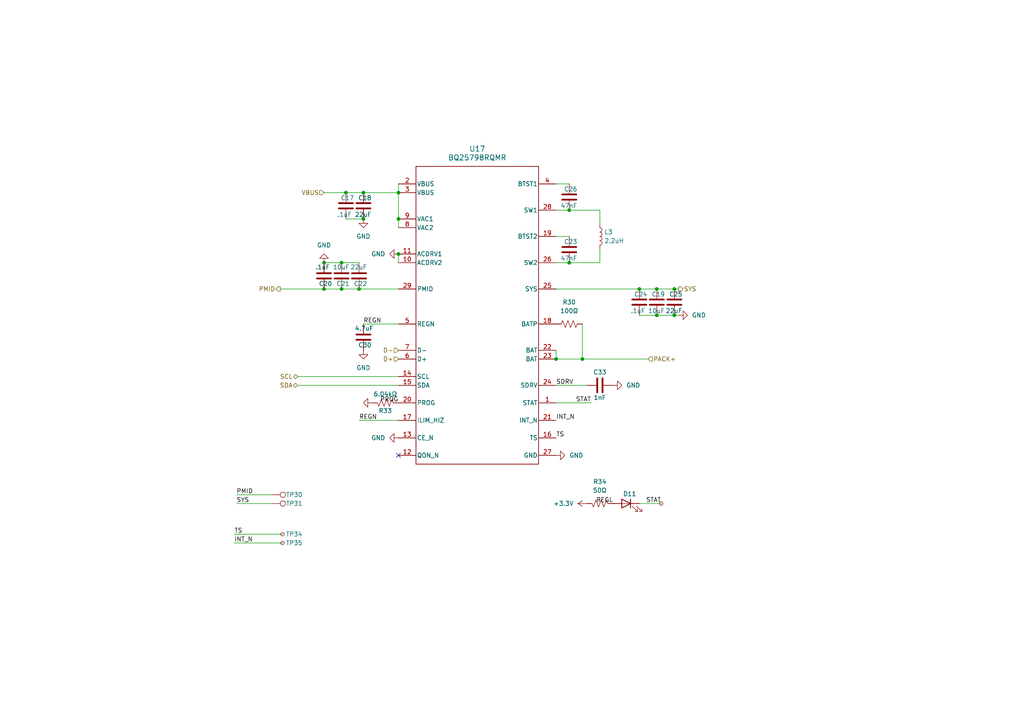
<source format=kicad_sch>
(kicad_sch (version 20231120) (generator "eeschema") (generator_version "8.0")
  (paper "A4")
  (lib_symbols
    (symbol "BMS:BQ25798RQMR" (pin_names (offset 0.254))
      (property "Reference" "U" (at 0 2.54 0))
      (property "Value" "BQ25798RQMR" (at 0 0 0))
      (symbol "BQ25798RQMR_0_1"
        (polyline (pts (xy 5.08 -81.28) (xy 40.64 -81.28)) (stroke (width 0.2032)))
        (polyline (pts (xy 5.08 5.08) (xy 5.08 -81.28)) (stroke (width 0.2032)))
        (polyline (pts (xy 40.64 -81.28) (xy 40.64 5.08)) (stroke (width 0.2032)))
        (polyline (pts (xy 40.64 5.08) (xy 5.08 5.08)) (stroke (width 0.2032)))
        (pin unspecified line (at 45.72 -63.5 180) (length 5.08) (name "STAT") (number "1"))
        (pin power_in line (at 0 -22.86 0) (length 5.08) (name "ACDRV2") (number "10"))
        (pin power_in line (at 0 -20.32 0) (length 5.08) (name "ACDRV1") (number "11"))
        (pin unspecified line (at 0 -78.74 0) (length 5.08) (name "QON_N") (number "12"))
        (pin unspecified line (at 0 -73.66 0) (length 5.08) (name "CE_N") (number "13"))
        (pin input line (at 0 -55.88 0) (length 5.08) (name "SCL") (number "14"))
        (pin bidirectional line (at 0 -58.42 0) (length 5.08) (name "SDA") (number "15"))
        (pin unspecified line (at 45.72 -73.66 180) (length 5.08) (name "TS") (number "16"))
        (pin unspecified line (at 0 -68.58 0) (length 5.08) (name "ILIM_HIZ") (number "17"))
        (pin unspecified line (at 45.72 -40.64 180) (length 5.08) (name "BATP") (number "18"))
        (pin unspecified line (at 45.72 -15.24 180) (length 5.08) (name "BTST2") (number "19"))
        (pin power_in line (at 0 0 0) (length 5.08) (name "VBUS") (number "2"))
        (pin unspecified line (at 0 -63.5 0) (length 5.08) (name "PROG") (number "20"))
        (pin unspecified line (at 45.72 -68.58 180) (length 5.08) (name "INT_N") (number "21"))
        (pin unspecified line (at 45.72 -48.26 180) (length 5.08) (name "BAT") (number "22"))
        (pin unspecified line (at 45.72 -50.8 180) (length 5.08) (name "BAT") (number "23"))
        (pin unspecified line (at 45.72 -58.42 180) (length 5.08) (name "SDRV") (number "24"))
        (pin unspecified line (at 45.72 -30.48 180) (length 5.08) (name "SYS") (number "25"))
        (pin unspecified line (at 45.72 -22.86 180) (length 5.08) (name "SW2") (number "26"))
        (pin power_in line (at 45.72 -78.74 180) (length 5.08) (name "GND") (number "27"))
        (pin unspecified line (at 45.72 -7.62 180) (length 5.08) (name "SW1") (number "28"))
        (pin unspecified line (at 0 -30.48 0) (length 5.08) (name "PMID") (number "29"))
        (pin power_in line (at 0 -2.54 0) (length 5.08) (name "VBUS") (number "3"))
        (pin unspecified line (at 45.72 0 180) (length 5.08) (name "BTST1") (number "4"))
        (pin unspecified line (at 0 -40.64 0) (length 5.08) (name "REGN") (number "5"))
        (pin unspecified line (at 0 -50.8 0) (length 5.08) (name "D+") (number "6"))
        (pin unspecified line (at 0 -48.26 0) (length 5.08) (name "D-") (number "7"))
        (pin power_in line (at 0 -12.7 0) (length 5.08) (name "VAC2") (number "8"))
        (pin power_in line (at 0 -10.16 0) (length 5.08) (name "VAC1") (number "9"))
      )
    )
    (symbol "Connector:TestPoint" (pin_numbers hide) (pin_names (offset 0.762) hide)
      (property "Reference" "TP" (at 0 6.858 0))
      (property "Value" "TestPoint" (at 0 5.08 0))
      (symbol "TestPoint_0_1"
        (circle (center 0 3.302) (radius 0.762))
      )
      (symbol "TestPoint_1_1"
        (pin passive line (at 0 0 90) (length 2.54) (name "1") (number "1"))
      )
    )
    (symbol "Connector:TestPoint_Small" (pin_numbers hide) (pin_names (offset 0.762) hide)
      (property "Reference" "TP" (at 0 3.81 0))
      (property "Value" "TestPoint_Small" (at 0 2.032 0))
      (symbol "TestPoint_Small_0_1"
        (circle (center 0 0) (radius 0.508))
      )
      (symbol "TestPoint_Small_1_1"
        (pin passive line (at 0 0 90) (length 0) (name "1") (number "1"))
      )
    )
    (symbol "Device:C" (pin_numbers hide) (pin_names (offset 0.254))
      (property "Reference" "C" (at 0.635 2.54 0))
      (property "Value" "C" (at 0.635 -2.54 0))
      (symbol "C_0_1"
        (polyline (pts (xy -2.032 -0.762) (xy 2.032 -0.762)) (stroke (width 0.508)))
        (polyline (pts (xy -2.032 0.762) (xy 2.032 0.762)) (stroke (width 0.508)))
      )
      (symbol "C_1_1"
        (pin passive line (at 0 3.81 270) (length 2.794) (name "~") (number "1"))
        (pin passive line (at 0 -3.81 90) (length 2.794) (name "~") (number "2"))
      )
    )
    (symbol "Device:L" (pin_numbers hide) (pin_names (offset 1.016) hide)
      (property "Reference" "L" (at -1.27 0 90))
      (property "Value" "L" (at 1.905 0 90))
      (symbol "L_0_1"
        (arc (start 0 -2.54) (mid 0.6323 -1.905) (end 0 -1.27))
        (arc (start 0 -1.27) (mid 0.6323 -0.635) (end 0 0))
        (arc (start 0 0) (mid 0.6323 0.635) (end 0 1.27))
        (arc (start 0 1.27) (mid 0.6323 1.905) (end 0 2.54))
      )
      (symbol "L_1_1"
        (pin passive line (at 0 3.81 270) (length 1.27) (name "1") (number "1"))
        (pin passive line (at 0 -3.81 90) (length 1.27) (name "2") (number "2"))
      )
    )
    (symbol "Device:LED" (pin_numbers hide) (pin_names (offset 1.016) hide)
      (property "Reference" "D" (at 0 2.54 0))
      (property "Value" "LED" (at 0 -2.54 0))
      (symbol "LED_0_1"
        (polyline (pts (xy -1.27 -1.27) (xy -1.27 1.27)) (stroke (width 0.254)))
        (polyline (pts (xy -1.27 0) (xy 1.27 0)))
        (polyline (pts (xy 1.27 -1.27) (xy 1.27 1.27) (xy -1.27 0) (xy 1.27 -1.27)) (stroke (width 0.254)))
        (polyline (pts (xy -3.048 -0.762) (xy -4.572 -2.286) (xy -3.81 -2.286) (xy -4.572 -2.286) (xy -4.572 -1.524)))
        (polyline (pts (xy -1.778 -0.762) (xy -3.302 -2.286) (xy -2.54 -2.286) (xy -3.302 -2.286) (xy -3.302 -1.524)))
      )
      (symbol "LED_1_1"
        (pin passive line (at -3.81 0 0) (length 2.54) (name "K") (number "1"))
        (pin passive line (at 3.81 0 180) (length 2.54) (name "A") (number "2"))
      )
    )
    (symbol "Device:R_US" (pin_numbers hide) (pin_names (offset 0))
      (property "Reference" "R" (at 2.54 0 90))
      (property "Value" "R_US" (at -2.54 0 90))
      (symbol "R_US_0_1"
        (polyline (pts (xy 0 -2.286) (xy 0 -2.54)))
        (polyline (pts (xy 0 2.286) (xy 0 2.54)))
        (polyline (pts (xy 0 -0.762) (xy 1.016 -1.143) (xy 0 -1.524) (xy -1.016 -1.905) (xy 0 -2.286)))
        (polyline (pts (xy 0 0.762) (xy 1.016 0.381) (xy 0 0) (xy -1.016 -0.381) (xy 0 -0.762)))
        (polyline (pts (xy 0 2.286) (xy 1.016 1.905) (xy 0 1.524) (xy -1.016 1.143) (xy 0 0.762)))
      )
      (symbol "R_US_1_1"
        (pin passive line (at 0 3.81 270) (length 1.27) (name "~") (number "1"))
        (pin passive line (at 0 -3.81 90) (length 1.27) (name "~") (number "2"))
      )
    )
    (symbol "power:+3.3V" (power) (pin_numbers hide) (pin_names (offset 0) hide)
      (property "Value" "+3.3V" (at 0 3.556 0))
      (symbol "+3.3V_0_1"
        (polyline (pts (xy -0.762 1.27) (xy 0 2.54)))
        (polyline (pts (xy 0 0) (xy 0 2.54)))
        (polyline (pts (xy 0 2.54) (xy 0.762 1.27)))
      )
      (symbol "+3.3V_1_1"
        (pin power_in line (at 0 0 90) (length 0) (name "~") (number "1"))
      )
    )
    (symbol "power:GND" (power) (pin_numbers hide) (pin_names (offset 0) hide)
      (property "Value" "GND" (at 0 -3.81 0))
      (symbol "GND_0_1"
        (polyline (pts (xy 0 0) (xy 0 -1.27) (xy 1.27 -1.27) (xy 0 -2.54) (xy -1.27 -1.27) (xy 0 -1.27)))
      )
      (symbol "GND_1_1"
        (pin power_in line (at 0 0 270) (length 0) (name "~") (number "1"))
      )
    )
  )
  (junction (at 99.06 76.2))
  (junction (at 115.57 55.88))
  (junction (at 115.57 73.66))
  (junction (at 195.58 91.44))
  (junction (at 168.91 104.14))
  (junction (at 185.42 83.82))
  (junction (at 93.98 76.2))
  (junction (at 105.41 63.5))
  (junction (at 190.5 91.44))
  (junction (at 105.41 55.88))
  (junction (at 115.57 63.5))
  (junction (at 195.58 83.82))
  (junction (at 161.29 104.14))
  (junction (at 104.14 83.82))
  (junction (at 100.33 55.88))
  (junction (at 99.06 83.82))
  (junction (at 93.98 83.82))
  (junction (at 165.1 60.96))
  (junction (at 190.5 83.82))
  (junction (at 165.1 76.2))
  (no_connect (at 115.57 132.08))
  (wire (pts (xy 115.57 63.5) (xy 115.57 66.04)))
  (wire (pts (xy 173.99 72.39) (xy 173.99 76.2)))
  (wire (pts (xy 100.33 63.5) (xy 105.41 63.5)))
  (wire (pts (xy 195.58 91.44) (xy 196.85 91.44)))
  (wire (pts (xy 115.57 53.34) (xy 115.57 55.88)))
  (wire (pts (xy 165.1 68.58) (xy 161.29 68.58)))
  (wire (pts (xy 165.1 76.2) (xy 161.29 76.2)))
  (wire (pts (xy 115.57 73.66) (xy 115.57 76.2)))
  (wire (pts (xy 78.74 146.05) (xy 68.58 146.05)))
  (wire (pts (xy 168.91 104.14) (xy 187.96 104.14)))
  (wire (pts (xy 93.98 55.88) (xy 100.33 55.88)))
  (wire (pts (xy 104.14 121.92) (xy 115.57 121.92)))
  (wire (pts (xy 185.42 83.82) (xy 190.5 83.82)))
  (wire (pts (xy 161.29 101.6) (xy 161.29 104.14)))
  (wire (pts (xy 86.36 109.22) (xy 115.57 109.22)))
  (wire (pts (xy 99.06 83.82) (xy 104.14 83.82)))
  (wire (pts (xy 161.29 83.82) (xy 185.42 83.82)))
  (wire (pts (xy 165.1 60.96) (xy 173.99 60.96)))
  (wire (pts (xy 86.36 111.76) (xy 115.57 111.76)))
  (wire (pts (xy 100.33 55.88) (xy 105.41 55.88)))
  (wire (pts (xy 165.1 53.34) (xy 161.29 53.34)))
  (wire (pts (xy 195.58 83.82) (xy 190.5 83.82)))
  (wire (pts (xy 165.1 60.96) (xy 161.29 60.96)))
  (wire (pts (xy 105.41 93.98) (xy 115.57 93.98)))
  (wire (pts (xy 93.98 83.82) (xy 99.06 83.82)))
  (wire (pts (xy 115.57 55.88) (xy 115.57 63.5)))
  (wire (pts (xy 93.98 76.2) (xy 99.06 76.2)))
  (wire (pts (xy 81.28 83.82) (xy 93.98 83.82)))
  (wire (pts (xy 161.29 104.14) (xy 168.91 104.14)))
  (wire (pts (xy 81.915 154.94) (xy 67.945 154.94)))
  (wire (pts (xy 104.14 83.82) (xy 115.57 83.82)))
  (wire (pts (xy 168.91 93.98) (xy 168.91 104.14)))
  (wire (pts (xy 78.74 143.51) (xy 68.58 143.51)))
  (wire (pts (xy 185.42 146.05) (xy 191.77 146.05)))
  (wire (pts (xy 161.29 116.84) (xy 171.45 116.84)))
  (wire (pts (xy 195.58 83.82) (xy 196.85 83.82)))
  (wire (pts (xy 81.915 157.48) (xy 67.945 157.48)))
  (wire (pts (xy 170.18 111.76) (xy 161.29 111.76)))
  (wire (pts (xy 173.99 60.96) (xy 173.99 64.77)))
  (wire (pts (xy 105.41 55.88) (xy 115.57 55.88)))
  (wire (pts (xy 195.58 91.44) (xy 190.5 91.44)))
  (wire (pts (xy 173.99 76.2) (xy 165.1 76.2)))
  (wire (pts (xy 185.42 91.44) (xy 190.5 91.44)))
  (wire (pts (xy 104.14 76.2) (xy 99.06 76.2)))
  (label "PROG" (at 115.57 116.84 180))
  (label "STAT" (at 191.77 146.05 180))
  (label "REGL" (at 177.8 146.05 180))
  (label "TS" (at 161.29 127 0))
  (label "REGN" (at 105.41 93.98 0))
  (label "INT_N" (at 67.945 157.48 0))
  (label "PMID" (at 68.58 143.51 0))
  (label "REGN" (at 104.14 121.92 0))
  (label "SDRV" (at 161.29 111.76 0))
  (label "TS" (at 67.945 154.94 0))
  (label "SYS" (at 68.58 146.05 0))
  (label "INT_N" (at 161.29 121.92 0))
  (label "STAT" (at 171.45 116.84 180))
  (hierarchical_label "D-" (shape input) (at 115.57 101.6 180))
  (hierarchical_label "SYS" (shape output) (at 196.85 83.82 0))
  (hierarchical_label "D+" (shape input) (at 115.57 104.14 180))
  (hierarchical_label "PMID" (shape output) (at 81.28 83.82 180))
  (hierarchical_label "PACK+" (shape input) (at 187.96 104.14 0))
  (hierarchical_label "VBUS" (shape input) (at 93.98 55.88 180))
  (hierarchical_label "SCL" (shape bidirectional) (at 86.36 109.22 180))
  (hierarchical_label "SDA" (shape bidirectional) (at 86.36 111.76 180))
  (symbol (lib_id "Device:C") (at 104.14 80.01 0) (mirror x) (unit 1)
    (property "Reference" "C22" (at 102.616 82.296 0) (effects (justify left)))
    (property "Value" "22uF" (at 101.6 77.47 0) (effects (justify left)))
    (property "Footprint" "Capacitor_SMD:C_0805_2012Metric_Pad1.18x1.45mm_HandSolder" (effects (hide yes)))
    (property "Description" "Unpolarized capacitor" (effects (hide yes)))
  )
  (symbol (lib_id "power:+3.3V") (at 170.18 146.05 90) (unit 1)
    (property "Reference" "#PWR097" (effects (hide yes)))
    (property "Value" "+3.3V" (at 166.37 146.0499 90) (effects (justify left)))
    (property "Description" "Power symbol creates a global label with name \"+3.3V\"" (effects (hide yes)))
  )
  (symbol (lib_id "Device:C") (at 165.1 72.39 0) (unit 1)
    (property "Reference" "C23" (at 163.576 70.104 0) (effects (justify left)))
    (property "Value" "47nF" (at 162.56 74.93 0) (effects (justify left)))
    (property "Footprint" "Capacitor_SMD:C_0603_1608Metric_Pad1.08x0.95mm_HandSolder" (effects (hide yes)))
    (property "Description" "Unpolarized capacitor" (effects (hide yes)))
  )
  (symbol (lib_id "Device:L") (at 173.99 68.58 0) (unit 1)
    (property "Reference" "L3" (at 175.26 67.3099 0) (effects (justify left)))
    (property "Value" "2.2uH" (at 175.26 69.8499 0) (effects (justify left)))
    (property "Footprint" "Inductor_SMD:L_Coilcraft_XAL7030-222" (effects (hide yes)))
    (property "Description" "Inductor" (effects (hide yes)))
  )
  (symbol (lib_id "power:GND") (at 115.57 73.66 270) (unit 1)
    (property "Reference" "#PWR0110" (effects (hide yes)))
    (property "Value" "GND" (at 111.76 73.6599 90) (effects (justify right)))
    (property "Description" "Power symbol creates a global label with name \"GND\" , ground" (effects (hide yes)))
  )
  (symbol (lib_id "power:GND") (at 105.41 63.5 0) (unit 1)
    (property "Reference" "#PWR0109" (effects (hide yes)))
    (property "Value" "GND" (at 105.41 68.58 0))
    (property "Description" "Power symbol creates a global label with name \"GND\" , ground" (effects (hide yes)))
  )
  (symbol (lib_id "power:GND") (at 161.29 132.08 90) (mirror x) (unit 1)
    (property "Reference" "#PWR0117" (effects (hide yes)))
    (property "Value" "GND" (at 165.1 132.0799 90) (effects (justify right)))
    (property "Description" "Power symbol creates a global label with name \"GND\" , ground" (effects (hide yes)))
  )
  (symbol (lib_id "power:GND") (at 107.95 116.84 270) (mirror x) (unit 1)
    (property "Reference" "#PWR0115" (effects (hide yes)))
    (property "Value" "GND" (effects (hide yes)))
    (property "Description" "Power symbol creates a global label with name \"GND\" , ground" (effects (hide yes)))
  )
  (symbol (lib_id "Device:C") (at 105.41 97.79 0) (mirror x) (unit 1)
    (property "Reference" "C30" (at 103.886 100.076 0) (effects (justify left)))
    (property "Value" "4.7uF" (at 102.87 95.25 0) (effects (justify left)))
    (property "Footprint" "Capacitor_SMD:C_0805_2012Metric_Pad1.18x1.45mm_HandSolder" (effects (hide yes)))
    (property "Description" "Unpolarized capacitor" (effects (hide yes)))
  )
  (symbol (lib_id "power:GND") (at 196.85 91.44 90) (unit 1)
    (property "Reference" "#PWR0112" (effects (hide yes)))
    (property "Value" "GND" (at 200.66 91.4399 90) (effects (justify right)))
    (property "Description" "Power symbol creates a global label with name \"GND\" , ground" (effects (hide yes)))
  )
  (symbol (lib_id "Connector:TestPoint_Small") (at 81.915 154.94 0) (mirror y) (unit 1)
    (property "Reference" "TP34" (at 87.757 154.94 0) (effects (justify left)))
    (property "Value" "TestPoint_Small" (effects (hide yes)))
    (property "Footprint" "TestPoint:TestPoint_Pad_D1.0mm" (effects (hide yes)))
    (property "Description" "test point" (effects (hide yes)))
  )
  (symbol (lib_id "Device:C") (at 195.58 87.63 0) (unit 1)
    (property "Reference" "C25" (at 194.056 85.344 0) (effects (justify left)))
    (property "Value" "22uF" (at 193.04 90.17 0) (effects (justify left)))
    (property "Footprint" "Capacitor_SMD:C_0805_2012Metric_Pad1.18x1.45mm_HandSolder" (effects (hide yes)))
    (property "Description" "Unpolarized capacitor" (effects (hide yes)))
  )
  (symbol (lib_id "Device:C") (at 99.06 80.01 0) (mirror x) (unit 1)
    (property "Reference" "C21" (at 97.536 82.296 0) (effects (justify left)))
    (property "Value" "10uF" (at 96.52 77.47 0) (effects (justify left)))
    (property "Footprint" "Capacitor_SMD:C_0805_2012Metric_Pad1.18x1.45mm_HandSolder" (effects (hide yes)))
    (property "Description" "Unpolarized capacitor" (effects (hide yes)))
  )
  (symbol (lib_id "power:GND") (at 177.8 111.76 90) (mirror x) (unit 1)
    (property "Reference" "#PWR0114" (effects (hide yes)))
    (property "Value" "GND" (at 181.61 111.7599 90) (effects (justify right)))
    (property "Description" "Power symbol creates a global label with name \"GND\" , ground" (effects (hide yes)))
  )
  (symbol (lib_id "Device:R_US") (at 165.1 93.98 90) (unit 1)
    (property "Reference" "R30" (at 165.1 87.63 90))
    (property "Value" "100Ω" (at 165.1 90.17 90))
    (property "Footprint" "Resistor_SMD:R_0603_1608Metric_Pad0.98x0.95mm_HandSolder" (effects (hide yes)))
    (property "Description" "Resistor, US symbol" (effects (hide yes)))
  )
  (symbol (lib_id "Device:C") (at 185.42 87.63 0) (unit 1)
    (property "Reference" "C24" (at 183.896 85.344 0) (effects (justify left)))
    (property "Value" ".1uF" (at 182.88 90.17 0) (effects (justify left)))
    (property "Footprint" "Capacitor_SMD:C_0603_1608Metric_Pad1.08x0.95mm_HandSolder" (effects (hide yes)))
    (property "Description" "Unpolarized capacitor" (effects (hide yes)))
  )
  (symbol (lib_id "Device:C") (at 100.33 59.69 0) (unit 1)
    (property "Reference" "C17" (at 98.806 57.404 0) (effects (justify left)))
    (property "Value" ".1uF" (at 97.79 62.23 0) (effects (justify left)))
    (property "Footprint" "Capacitor_SMD:C_0603_1608Metric_Pad1.08x0.95mm_HandSolder" (effects (hide yes)))
    (property "Description" "Unpolarized capacitor" (effects (hide yes)))
  )
  (symbol (lib_id "power:GND") (at 93.98 76.2 0) (mirror x) (unit 1)
    (property "Reference" "#PWR0111" (effects (hide yes)))
    (property "Value" "GND" (at 93.98 71.12 0))
    (property "Description" "Power symbol creates a global label with name \"GND\" , ground" (effects (hide yes)))
  )
  (symbol (lib_id "Connector:TestPoint_Small") (at 81.915 157.48 0) (mirror y) (unit 1)
    (property "Reference" "TP35" (at 87.757 157.48 0) (effects (justify left)))
    (property "Value" "TestPoint_Small" (effects (hide yes)))
    (property "Footprint" "TestPoint:TestPoint_Pad_D1.0mm" (effects (hide yes)))
    (property "Description" "test point" (effects (hide yes)))
  )
  (symbol (lib_id "Device:C") (at 165.1 57.15 0) (unit 1)
    (property "Reference" "C26" (at 163.576 54.864 0) (effects (justify left)))
    (property "Value" "47nF" (at 162.56 59.69 0) (effects (justify left)))
    (property "Footprint" "Capacitor_SMD:C_0603_1608Metric_Pad1.08x0.95mm_HandSolder" (effects (hide yes)))
    (property "Description" "Unpolarized capacitor" (effects (hide yes)))
  )
  (symbol (lib_id "Device:C") (at 93.98 80.01 0) (mirror x) (unit 1)
    (property "Reference" "C20" (at 92.456 82.296 0) (effects (justify left)))
    (property "Value" ".1uF" (at 91.44 77.47 0) (effects (justify left)))
    (property "Footprint" "Capacitor_SMD:C_0603_1608Metric_Pad1.08x0.95mm_HandSolder" (effects (hide yes)))
    (property "Description" "Unpolarized capacitor" (effects (hide yes)))
  )
  (symbol (lib_id "Connector:TestPoint_Small") (at 191.77 146.05 0) (mirror y) (unit 1)
    (property "Reference" "TP32" (effects (hide yes)))
    (property "Value" "TestPoint_Small" (effects (hide yes)))
    (property "Footprint" "TestPoint:TestPoint_Pad_D1.0mm" (effects (hide yes)))
    (property "Description" "test point" (effects (hide yes)))
  )
  (symbol (lib_id "Device:R_US") (at 173.99 146.05 270) (mirror x) (unit 1)
    (property "Reference" "R34" (at 173.99 139.7 90))
    (property "Value" "50Ω" (at 173.99 142.24 90))
    (property "Footprint" "Resistor_SMD:R_0603_1608Metric_Pad0.98x0.95mm_HandSolder" (effects (hide yes)))
    (property "Description" "Resistor, US symbol" (effects (hide yes)))
  )
  (symbol (lib_id "Device:C") (at 190.5 87.63 0) (unit 1)
    (property "Reference" "C19" (at 188.976 85.344 0) (effects (justify left)))
    (property "Value" "10uF" (at 187.96 90.17 0) (effects (justify left)))
    (property "Footprint" "Capacitor_SMD:C_0805_2012Metric_Pad1.18x1.45mm_HandSolder" (effects (hide yes)))
    (property "Description" "Unpolarized capacitor" (effects (hide yes)))
  )
  (symbol (lib_id "Device:C") (at 173.99 111.76 90) (unit 1)
    (property "Reference" "C33" (at 173.99 107.95 90))
    (property "Value" "1nF" (at 173.99 115.316 90))
    (property "Footprint" "Capacitor_SMD:C_0603_1608Metric_Pad1.08x0.95mm_HandSolder" (effects (hide yes)))
    (property "Description" "Unpolarized capacitor" (effects (hide yes)))
  )
  (symbol (lib_id "Connector:TestPoint") (at 78.74 146.05 270) (unit 1)
    (property "Reference" "TP31" (at 85.344 146.05 90))
    (property "Value" "TestPoint" (effects (hide yes)))
    (property "Footprint" "TestPoint:TestPoint_Pad_D3.0mm" (effects (hide yes)))
    (property "Description" "test point" (effects (hide yes)))
  )
  (symbol (lib_id "Connector:TestPoint") (at 78.74 143.51 270) (unit 1)
    (property "Reference" "TP30" (at 85.344 143.51 90))
    (property "Value" "TestPoint" (effects (hide yes)))
    (property "Footprint" "TestPoint:TestPoint_THTPad_D2.0mm_Drill1.0mm" (effects (hide yes)))
    (property "Description" "test point" (effects (hide yes)))
  )
  (symbol (lib_id "power:GND") (at 105.41 101.6 0) (mirror y) (unit 1)
    (property "Reference" "#PWR0113" (effects (hide yes)))
    (property "Value" "GND" (at 105.41 106.68 0))
    (property "Description" "Power symbol creates a global label with name \"GND\" , ground" (effects (hide yes)))
  )
  (symbol (lib_id "Device:LED") (at 181.61 146.05 0) (mirror y) (unit 1)
    (property "Reference" "D11" (at 182.626 143.256 0))
    (property "Value" "KT-0603R" (effects (hide yes)))
    (property "Footprint" "LED_SMD:LED_0603_1608Metric" (effects (hide yes)))
    (property "Description" "Light emitting diode" (effects (hide yes)))
  )
  (symbol (lib_id "power:GND") (at 115.57 127 270) (unit 1)
    (property "Reference" "#PWR0116" (effects (hide yes)))
    (property "Value" "GND" (at 111.76 126.9999 90) (effects (justify right)))
    (property "Description" "Power symbol creates a global label with name \"GND\" , ground" (effects (hide yes)))
  )
  (symbol (lib_id "Device:R_US") (at 111.76 116.84 270) (mirror x) (unit 1)
    (property "Reference" "R33" (at 111.76 119.126 90))
    (property "Value" "6.04kΩ" (at 111.76 114.3 90))
    (property "Footprint" "Resistor_SMD:R_0603_1608Metric_Pad0.98x0.95mm_HandSolder" (effects (hide yes)))
    (property "Description" "Resistor, US symbol" (effects (hide yes)))
  )
  (symbol (lib_id "Device:C") (at 105.41 59.69 0) (unit 1)
    (property "Reference" "C18" (at 103.886 57.404 0) (effects (justify left)))
    (property "Value" "22uF" (at 102.87 62.23 0) (effects (justify left)))
    (property "Footprint" "Capacitor_SMD:C_0805_2012Metric_Pad1.18x1.45mm_HandSolder" (effects (hide yes)))
    (property "Description" "Unpolarized capacitor" (effects (hide yes)))
  )
  (symbol (lib_id "BMS:BQ25798RQMR") (at 115.57 53.34 0) (unit 1)
    (property "Reference" "U17" (at 138.43 43.18 0) (effects (font (size 1.524 1.524))))
    (property "Value" "BQ25798RQMR" (at 138.43 45.72 0) (effects (font (size 1.524 1.524))))
    (property "Footprint" "Library:RQM0029A-MFG" (effects (hide yes)))
    (property "Datasheet" "BQ25798RQMR" (effects (hide yes)))
  )
)
</source>
